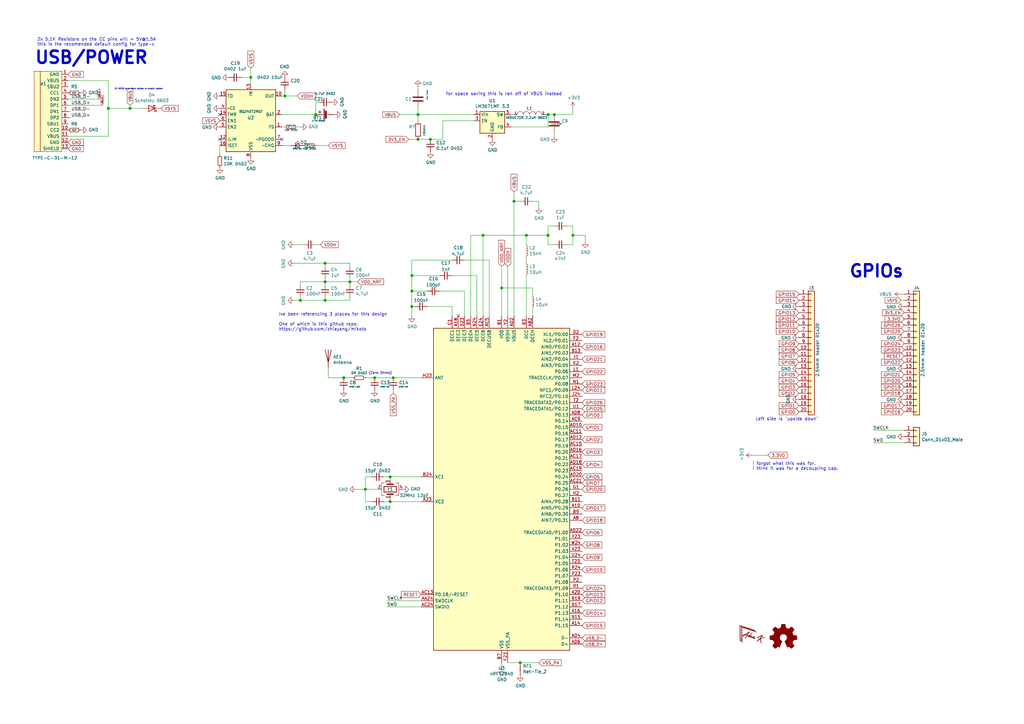
<source format=kicad_sch>
(kicad_sch (version 20210621) (generator eeschema)
  (paper "A3")
  (title_block (date "2021-08-08"))
  (junction (at 44.45 44.45) (diameter 1.016))
  (junction (at 53.34 44.45) (diameter 1.016))
  (junction (at 102.87 31.75) (diameter 1.016))
  (junction (at 116.84 39.37) (diameter 1.016))
  (junction (at 123.19 123.19) (diameter 1.016))
  (junction (at 129.54 46.99) (diameter 1.016))
  (junction (at 133.35 107.95) (diameter 1.016))
  (junction (at 133.35 115.57) (diameter 1.016))
  (junction (at 133.35 123.19) (diameter 1.016))
  (junction (at 140.97 154.94) (diameter 1.016))
  (junction (at 143.51 115.57) (diameter 1.016))
  (junction (at 149.86 200.66) (diameter 1.016))
  (junction (at 153.67 154.94) (diameter 1.016))
  (junction (at 160.02 195.58) (diameter 1.016))
  (junction (at 160.02 205.74) (diameter 1.016))
  (junction (at 161.29 154.94) (diameter 1.016))
  (junction (at 168.91 113.03) (diameter 1.016))
  (junction (at 168.91 119.38) (diameter 1.016))
  (junction (at 168.91 125.73) (diameter 1.016))
  (junction (at 171.45 46.99) (diameter 1.016))
  (junction (at 171.45 57.15) (diameter 1.016))
  (junction (at 176.53 57.15) (diameter 1.016))
  (junction (at 198.12 96.52) (diameter 1.016))
  (junction (at 205.74 118.11) (diameter 1.016))
  (junction (at 210.82 82.55) (diameter 1.016))
  (junction (at 213.36 271.78) (diameter 1.016))
  (junction (at 215.9 96.52) (diameter 1.016))
  (junction (at 224.79 46.99) (diameter 1.016))
  (junction (at 224.79 96.52) (diameter 1.016))
  (junction (at 227.33 46.99) (diameter 1.016))
  (junction (at 234.95 96.52) (diameter 1.016))
  (no_connect (at 90.17 46.99))
  (no_connect (at 90.17 57.15))
  (no_connect (at 115.57 57.15))
  (no_connect (at 187.96 129.54))
  (wire (pts (xy 27.94 33.02) (xy 44.45 33.02)))
  (wire (pts (xy 27.94 40.64) (xy 40.64 40.64)))
  (wire (pts (xy 27.94 43.18) (xy 41.91 43.18)))
  (wire (pts (xy 27.94 45.72) (xy 29.21 45.72)))
  (wire (pts (xy 27.94 48.26) (xy 29.21 48.26)))
  (wire (pts (xy 44.45 33.02) (xy 44.45 44.45)))
  (wire (pts (xy 44.45 44.45) (xy 44.45 55.88)))
  (wire (pts (xy 44.45 44.45) (xy 53.34 44.45)))
  (wire (pts (xy 44.45 55.88) (xy 27.94 55.88)))
  (wire (pts (xy 53.34 44.45) (xy 53.34 43.18)))
  (wire (pts (xy 53.34 44.45) (xy 58.42 44.45)))
  (wire (pts (xy 90.17 63.5) (xy 90.17 59.69)))
  (wire (pts (xy 99.06 31.75) (xy 102.87 31.75)))
  (wire (pts (xy 102.87 31.75) (xy 102.87 27.94)))
  (wire (pts (xy 102.87 34.29) (xy 102.87 31.75)))
  (wire (pts (xy 115.57 52.07) (xy 116.84 52.07)))
  (wire (pts (xy 115.57 59.69) (xy 119.38 59.69)))
  (wire (pts (xy 116.84 36.83) (xy 116.84 39.37)))
  (wire (pts (xy 116.84 39.37) (xy 115.57 39.37)))
  (wire (pts (xy 120.65 100.33) (xy 124.46 100.33)))
  (wire (pts (xy 121.92 39.37) (xy 116.84 39.37)))
  (wire (pts (xy 121.92 52.07) (xy 123.19 52.07)))
  (wire (pts (xy 123.19 115.57) (xy 123.19 116.84)))
  (wire (pts (xy 123.19 121.92) (xy 123.19 123.19)))
  (wire (pts (xy 123.19 123.19) (xy 120.65 123.19)))
  (wire (pts (xy 123.19 123.19) (xy 133.35 123.19)))
  (wire (pts (xy 129.54 41.91) (xy 129.54 46.99)))
  (wire (pts (xy 129.54 46.99) (xy 115.57 46.99)))
  (wire (pts (xy 129.54 100.33) (xy 131.445 100.33)))
  (wire (pts (xy 130.81 41.91) (xy 129.54 41.91)))
  (wire (pts (xy 133.35 107.95) (xy 120.65 107.95)))
  (wire (pts (xy 133.35 107.95) (xy 133.35 109.22)))
  (wire (pts (xy 133.35 114.3) (xy 133.35 115.57)))
  (wire (pts (xy 133.35 115.57) (xy 123.19 115.57)))
  (wire (pts (xy 133.35 115.57) (xy 143.51 115.57)))
  (wire (pts (xy 133.35 116.84) (xy 133.35 115.57)))
  (wire (pts (xy 133.35 121.92) (xy 133.35 123.19)))
  (wire (pts (xy 133.35 123.19) (xy 143.51 123.19)))
  (wire (pts (xy 134.62 59.69) (xy 129.54 59.69)))
  (wire (pts (xy 134.62 154.94) (xy 134.62 151.13)))
  (wire (pts (xy 140.97 154.94) (xy 134.62 154.94)))
  (wire (pts (xy 140.97 154.94) (xy 144.78 154.94)))
  (wire (pts (xy 143.51 107.95) (xy 133.35 107.95)))
  (wire (pts (xy 143.51 109.22) (xy 143.51 107.95)))
  (wire (pts (xy 143.51 114.3) (xy 143.51 115.57)))
  (wire (pts (xy 143.51 115.57) (xy 143.51 116.84)))
  (wire (pts (xy 143.51 115.57) (xy 146.685 115.57)))
  (wire (pts (xy 143.51 121.92) (xy 143.51 123.19)))
  (wire (pts (xy 146.05 200.66) (xy 149.86 200.66)))
  (wire (pts (xy 149.86 154.94) (xy 153.67 154.94)))
  (wire (pts (xy 149.86 200.66) (xy 149.86 195.58)))
  (wire (pts (xy 149.86 200.66) (xy 154.94 200.66)))
  (wire (pts (xy 149.86 205.74) (xy 149.86 200.66)))
  (wire (pts (xy 149.86 205.74) (xy 152.4 205.74)))
  (wire (pts (xy 152.4 195.58) (xy 149.86 195.58)))
  (wire (pts (xy 153.67 154.94) (xy 161.29 154.94)))
  (wire (pts (xy 157.48 195.58) (xy 160.02 195.58)))
  (wire (pts (xy 157.48 205.74) (xy 160.02 205.74)))
  (wire (pts (xy 160.02 195.58) (xy 172.72 195.58)))
  (wire (pts (xy 160.02 196.85) (xy 160.02 195.58)))
  (wire (pts (xy 160.02 205.74) (xy 160.02 204.47)))
  (wire (pts (xy 160.02 205.74) (xy 172.72 205.74)))
  (wire (pts (xy 161.29 154.94) (xy 172.72 154.94)))
  (wire (pts (xy 161.29 161.29) (xy 161.29 160.02)))
  (wire (pts (xy 163.83 46.99) (xy 171.45 46.99)))
  (wire (pts (xy 168.91 106.68) (xy 168.91 113.03)))
  (wire (pts (xy 168.91 106.68) (xy 185.42 106.68)))
  (wire (pts (xy 168.91 113.03) (xy 168.91 119.38)))
  (wire (pts (xy 168.91 113.03) (xy 180.34 113.03)))
  (wire (pts (xy 168.91 119.38) (xy 168.91 125.73)))
  (wire (pts (xy 168.91 119.38) (xy 175.26 119.38)))
  (wire (pts (xy 168.91 125.73) (xy 168.91 129.54)))
  (wire (pts (xy 168.91 125.73) (xy 170.18 125.73)))
  (wire (pts (xy 171.45 36.83) (xy 171.45 35.56)))
  (wire (pts (xy 171.45 44.45) (xy 171.45 46.99)))
  (wire (pts (xy 171.45 46.99) (xy 194.31 46.99)))
  (wire (pts (xy 171.45 49.53) (xy 171.45 46.99)))
  (wire (pts (xy 171.45 57.15) (xy 167.64 57.15)))
  (wire (pts (xy 171.45 57.15) (xy 176.53 57.15)))
  (wire (pts (xy 172.72 246.38) (xy 158.75 246.38)))
  (wire (pts (xy 172.72 248.92) (xy 158.75 248.92)))
  (wire (pts (xy 175.26 125.73) (xy 185.42 125.73)))
  (wire (pts (xy 176.53 57.15) (xy 181.61 57.15)))
  (wire (pts (xy 180.34 119.38) (xy 190.5 119.38)))
  (wire (pts (xy 181.61 49.53) (xy 181.61 57.15)))
  (wire (pts (xy 181.61 49.53) (xy 194.31 49.53)))
  (wire (pts (xy 185.42 113.03) (xy 195.58 113.03)))
  (wire (pts (xy 185.42 129.54) (xy 185.42 125.73)))
  (wire (pts (xy 190.5 106.68) (xy 200.66 106.68)))
  (wire (pts (xy 190.5 119.38) (xy 190.5 129.54)))
  (wire (pts (xy 193.04 96.52) (xy 198.12 96.52)))
  (wire (pts (xy 193.04 129.54) (xy 193.04 96.52)))
  (wire (pts (xy 195.58 113.03) (xy 195.58 129.54)))
  (wire (pts (xy 198.12 96.52) (xy 215.9 96.52)))
  (wire (pts (xy 198.12 129.54) (xy 198.12 96.52)))
  (wire (pts (xy 200.66 106.68) (xy 200.66 129.54)))
  (wire (pts (xy 205.74 109.22) (xy 205.74 118.11)))
  (wire (pts (xy 205.74 118.11) (xy 205.74 129.54)))
  (wire (pts (xy 205.74 271.78) (xy 205.74 274.32)))
  (wire (pts (xy 208.28 109.22) (xy 208.28 129.54)))
  (wire (pts (xy 208.28 271.78) (xy 213.36 271.78)))
  (wire (pts (xy 209.55 46.99) (xy 210.82 46.99)))
  (wire (pts (xy 209.55 52.07) (xy 224.79 52.07)))
  (wire (pts (xy 210.82 82.55) (xy 210.82 78.74)))
  (wire (pts (xy 210.82 129.54) (xy 210.82 82.55)))
  (wire (pts (xy 213.36 82.55) (xy 210.82 82.55)))
  (wire (pts (xy 213.36 271.78) (xy 220.98 271.78)))
  (wire (pts (xy 215.9 96.52) (xy 224.79 96.52)))
  (wire (pts (xy 215.9 100.33) (xy 215.9 96.52)))
  (wire (pts (xy 215.9 107.95) (xy 215.9 105.41)))
  (wire (pts (xy 215.9 113.03) (xy 215.9 129.54)))
  (wire (pts (xy 218.44 82.55) (xy 220.98 82.55)))
  (wire (pts (xy 218.44 118.11) (xy 205.74 118.11)))
  (wire (pts (xy 218.44 121.285) (xy 218.44 118.11)))
  (wire (pts (xy 218.44 126.365) (xy 218.44 129.54)))
  (wire (pts (xy 220.98 82.55) (xy 220.98 85.09)))
  (wire (pts (xy 223.52 46.99) (xy 224.79 46.99)))
  (wire (pts (xy 224.79 46.99) (xy 227.33 46.99)))
  (wire (pts (xy 224.79 52.07) (xy 224.79 46.99)))
  (wire (pts (xy 224.79 92.71) (xy 224.79 96.52)))
  (wire (pts (xy 224.79 92.71) (xy 227.33 92.71)))
  (wire (pts (xy 224.79 96.52) (xy 224.79 100.33)))
  (wire (pts (xy 227.33 54.61) (xy 227.33 55.88)))
  (wire (pts (xy 227.33 100.33) (xy 224.79 100.33)))
  (wire (pts (xy 232.41 92.71) (xy 234.95 92.71)))
  (wire (pts (xy 232.41 100.33) (xy 234.95 100.33)))
  (wire (pts (xy 234.95 44.45) (xy 234.95 46.99)))
  (wire (pts (xy 234.95 46.99) (xy 227.33 46.99)))
  (wire (pts (xy 234.95 92.71) (xy 234.95 96.52)))
  (wire (pts (xy 234.95 96.52) (xy 240.03 96.52)))
  (wire (pts (xy 234.95 100.33) (xy 234.95 96.52)))
  (wire (pts (xy 240.03 96.52) (xy 240.03 99.06)))
  (wire (pts (xy 314.96 186.69) (xy 308.61 186.69)))
  (wire (pts (xy 358.14 181.61) (xy 370.84 181.61)))
  (wire (pts (xy 369.57 120.65) (xy 370.84 120.65)))
  (wire (pts (xy 370.84 123.19) (xy 369.57 123.19)))
  (wire (pts (xy 370.84 176.53) (xy 358.14 176.53)))
  (text "USB/POWER" (at 13.97 26.67 0) (effects (font (size 5.0038 5.0038) (thickness 1.0008) bold) (justify left bottom)))
  (text "2x 5.1K Resistors on the CC pins will = 5V@1.5A\nthis is the recomended default config for type-c" (at 15.24 19.05 0) (effects (font (size 1.27 1.27)) (justify left bottom)))
  (text "D1 NEEDS to be 0omh resistor or schotky resistor" (at 46.99 36.83 0) (effects (font (size 0.508 0.508)) (justify left bottom)))
  (text "Ive been referencing 3 places for this design\n\nOne of which is this github repo.\nhttps://github.com/zhiayang/mikoto" (at 114.3 135.89 0) (effects (font (size 1.27 1.27)) (justify left bottom)))
  (text "(Zero Ohms)" (at 151.13 153.67 0) (effects (font (size 0.9906 0.9906)) (justify left bottom)))
  (text "for space saving this is ran off of VBUS instead" (at 182.88 39.37 0) (effects (font (size 1.27 1.27)) (justify left bottom)))
  (text "i forgot what this was for.\ni think it was for a decoupling cap." (at 308.61 193.04 0) (effects (font (size 1.27 1.27)) (justify left bottom)))
  (text "Left side is \"upside down\"" (at 309.88 172.72 0) (effects (font (size 1.27 1.27)) (justify left bottom)))
  (text "GPIOs" (at 347.98 114.3 0) (effects (font (size 5.0038 5.0038) (thickness 1.0008) bold) (justify left bottom)))
  (label "USB_D-" (at 29.21 40.64 0))
  (label "USB_D+" (at 29.21 43.18 0))
  (label "USB_D-" (at 29.21 45.72 0))
  (label "USB_D+" (at 29.21 48.26 0))
  (label "SWCLK" (at 158.75 246.38 0))
  (label "SWD" (at 158.75 248.92 0))
  (label "SWCLK" (at 358.14 176.53 0))
  (label "SWD" (at 358.14 181.61 0))
  (global_label "GND" (shape input) (at 27.94 30.48 0) (property "Intersheet References" "${INTERSHEET_REFS}" (effects hide)))
  (global_label "GND" (shape input) (at 27.94 58.42 0) (property "Intersheet References" "${INTERSHEET_REFS}" (effects hide)))
  (global_label "GND" (shape input) (at 27.94 60.96 0) (property "Intersheet References" "${INTERSHEET_REFS}" (effects hide)))
  (global_label "USB_D-" (shape input) (at 40.64 40.64 90) (effects (font (size 0.508 0.508))) (property "Intersheet References" "${INTERSHEET_REFS}" (effects hide)))
  (global_label "USB_D+" (shape input) (at 41.91 43.18 90) (effects (font (size 0.508 0.508))) (property "Intersheet References" "${INTERSHEET_REFS}" (effects hide)))
  (global_label "VBUS" (shape input) (at 53.34 43.18 90) (effects (font (size 1.1938 1.1938))) (property "Intersheet References" "${INTERSHEET_REFS}" (effects hide)))
  (global_label "VSYS" (shape input) (at 66.04 44.45 0) (property "Intersheet References" "${INTERSHEET_REFS}" (effects hide)))
  (global_label "VSYS" (shape input) (at 90.17 49.53 180) (property "Intersheet References" "${INTERSHEET_REFS}" (effects hide)))
  (global_label "VSYS" (shape input) (at 102.87 27.94 90) (property "Intersheet References" "${INTERSHEET_REFS}" (effects hide)))
  (global_label "VDDH" (shape input) (at 121.92 39.37 0) (property "Intersheet References" "${INTERSHEET_REFS}" (effects hide)))
  (global_label "VDDH" (shape input) (at 131.445 100.33 0) (property "Intersheet References" "${INTERSHEET_REFS}" (effects hide)))
  (global_label "VSYS" (shape input) (at 134.62 59.69 0) (property "Intersheet References" "${INTERSHEET_REFS}" (effects hide)))
  (global_label "VDD_NRF" (shape input) (at 146.685 115.57 0) (property "Intersheet References" "${INTERSHEET_REFS}" (effects hide)))
  (global_label "VSS_PA" (shape input) (at 161.29 161.29 270) (property "Intersheet References" "${INTERSHEET_REFS}" (effects hide)))
  (global_label "VBUS" (shape input) (at 163.83 46.99 180) (effects (font (size 1.1938 1.1938))) (property "Intersheet References" "${INTERSHEET_REFS}" (effects hide)))
  (global_label "3V3_EN" (shape input) (at 167.64 57.15 180) (property "Intersheet References" "${INTERSHEET_REFS}" (effects hide)))
  (global_label "RESET" (shape input) (at 172.72 243.84 180) (property "Intersheet References" "${INTERSHEET_REFS}" (effects hide)))
  (global_label "VDD_NRF" (shape input) (at 205.74 109.22 90) (property "Intersheet References" "${INTERSHEET_REFS}" (effects hide)))
  (global_label "VDDH" (shape input) (at 208.28 109.22 90) (property "Intersheet References" "${INTERSHEET_REFS}" (effects hide)))
  (global_label "VBUS" (shape input) (at 210.82 78.74 90) (property "Intersheet References" "${INTERSHEET_REFS}" (effects hide)))
  (global_label "VSS_PA" (shape input) (at 220.98 271.78 0) (property "Intersheet References" "${INTERSHEET_REFS}" (effects hide)))
  (global_label "GPIO19" (shape input) (at 238.76 137.16 0) (property "Intersheet References" "${INTERSHEET_REFS}" (effects hide)))
  (global_label "GPIO16" (shape input) (at 238.76 142.24 0) (property "Intersheet References" "${INTERSHEET_REFS}" (effects hide)))
  (global_label "GPIO21" (shape input) (at 238.76 147.32 0) (property "Intersheet References" "${INTERSHEET_REFS}" (effects hide)))
  (global_label "GPIO22" (shape input) (at 238.76 152.4 0) (property "Intersheet References" "${INTERSHEET_REFS}" (effects hide)))
  (global_label "GPIO23" (shape input) (at 238.76 157.48 0) (property "Intersheet References" "${INTERSHEET_REFS}" (effects hide)))
  (global_label "GPIO11" (shape input) (at 238.76 160.02 0) (property "Intersheet References" "${INTERSHEET_REFS}" (effects hide)))
  (global_label "GPIO26" (shape input) (at 238.76 165.1 0) (property "Intersheet References" "${INTERSHEET_REFS}" (effects hide)))
  (global_label "GPIO25" (shape input) (at 238.76 167.64 0) (property "Intersheet References" "${INTERSHEET_REFS}" (effects hide)))
  (global_label "GPIO0" (shape input) (at 238.76 170.18 0) (property "Intersheet References" "${INTERSHEET_REFS}" (effects hide)))
  (global_label "GPIO1" (shape input) (at 238.76 175.26 0) (property "Intersheet References" "${INTERSHEET_REFS}" (effects hide)))
  (global_label "GPIO2" (shape input) (at 238.76 180.34 0) (property "Intersheet References" "${INTERSHEET_REFS}" (effects hide)))
  (global_label "GPIO3" (shape input) (at 238.76 185.42 0) (property "Intersheet References" "${INTERSHEET_REFS}" (effects hide)))
  (global_label "GPIO4" (shape input) (at 238.76 190.5 0) (property "Intersheet References" "${INTERSHEET_REFS}" (effects hide)))
  (global_label "GPIO5" (shape input) (at 238.76 195.58 0) (property "Intersheet References" "${INTERSHEET_REFS}" (effects hide)))
  (global_label "GPIO7" (shape input) (at 238.76 198.12 0) (property "Intersheet References" "${INTERSHEET_REFS}" (effects hide)))
  (global_label "GPIO20" (shape input) (at 238.76 200.66 0) (property "Intersheet References" "${INTERSHEET_REFS}" (effects hide)))
  (global_label "GPIO17" (shape input) (at 238.76 208.28 0) (property "Intersheet References" "${INTERSHEET_REFS}" (effects hide)))
  (global_label "GPIO18" (shape input) (at 238.76 213.36 0) (property "Intersheet References" "${INTERSHEET_REFS}" (effects hide)))
  (global_label "GPIO6" (shape input) (at 238.76 218.44 0) (property "Intersheet References" "${INTERSHEET_REFS}" (effects hide)))
  (global_label "GPIO8" (shape input) (at 238.76 223.52 0) (property "Intersheet References" "${INTERSHEET_REFS}" (effects hide)))
  (global_label "GPIO9" (shape input) (at 238.76 228.6 0) (property "Intersheet References" "${INTERSHEET_REFS}" (effects hide)))
  (global_label "GPIO10" (shape input) (at 238.76 233.68 0) (property "Intersheet References" "${INTERSHEET_REFS}" (effects hide)))
  (global_label "GPIO24" (shape input) (at 238.76 241.3 0) (property "Intersheet References" "${INTERSHEET_REFS}" (effects hide)))
  (global_label "GPIO13" (shape input) (at 238.76 243.84 0) (property "Intersheet References" "${INTERSHEET_REFS}" (effects hide)))
  (global_label "GPIO12" (shape input) (at 238.76 246.38 0) (property "Intersheet References" "${INTERSHEET_REFS}" (effects hide)))
  (global_label "GPIO14" (shape input) (at 238.76 251.46 0) (property "Intersheet References" "${INTERSHEET_REFS}" (effects hide)))
  (global_label "GPIO15" (shape input) (at 238.76 256.54 0) (property "Intersheet References" "${INTERSHEET_REFS}" (effects hide)))
  (global_label "USB_D-" (shape input) (at 238.76 261.62 0) (effects (font (size 1.1938 1.1938))) (property "Intersheet References" "${INTERSHEET_REFS}" (effects hide)))
  (global_label "USB_D+" (shape input) (at 238.76 264.16 0) (effects (font (size 1.1938 1.1938))) (property "Intersheet References" "${INTERSHEET_REFS}" (effects hide)))
  (global_label "3.3VO" (shape input) (at 314.96 186.69 0) (property "Intersheet References" "${INTERSHEET_REFS}" (effects hide)))
  (global_label "GPIO15" (shape input) (at 327.66 120.65 180) (property "Intersheet References" "${INTERSHEET_REFS}" (effects hide)))
  (global_label "GPIO14" (shape input) (at 327.66 123.19 180) (property "Intersheet References" "${INTERSHEET_REFS}" (effects hide)))
  (global_label "GPIO13" (shape input) (at 327.66 128.27 180) (property "Intersheet References" "${INTERSHEET_REFS}" (effects hide)))
  (global_label "GPIO12" (shape input) (at 327.66 130.81 180) (property "Intersheet References" "${INTERSHEET_REFS}" (effects hide)))
  (global_label "GPIO11" (shape input) (at 327.66 133.35 180) (property "Intersheet References" "${INTERSHEET_REFS}" (effects hide)))
  (global_label "GPIO10" (shape input) (at 327.66 135.89 180) (property "Intersheet References" "${INTERSHEET_REFS}" (effects hide)))
  (global_label "GPIO9" (shape input) (at 327.66 140.97 180) (property "Intersheet References" "${INTERSHEET_REFS}" (effects hide)))
  (global_label "GPIO8" (shape input) (at 327.66 143.51 180) (property "Intersheet References" "${INTERSHEET_REFS}" (effects hide)))
  (global_label "GPIO7" (shape input) (at 327.66 146.05 180) (property "Intersheet References" "${INTERSHEET_REFS}" (effects hide)))
  (global_label "GPIO6" (shape input) (at 327.66 148.59 180) (property "Intersheet References" "${INTERSHEET_REFS}" (effects hide)))
  (global_label "GPIO5" (shape input) (at 327.66 153.67 180) (property "Intersheet References" "${INTERSHEET_REFS}" (effects hide)))
  (global_label "GPIO4" (shape input) (at 327.66 156.21 180) (property "Intersheet References" "${INTERSHEET_REFS}" (effects hide)))
  (global_label "GPIO3" (shape input) (at 327.66 158.75 180) (property "Intersheet References" "${INTERSHEET_REFS}" (effects hide)))
  (global_label "GPIO2" (shape input) (at 327.66 161.29 180) (property "Intersheet References" "${INTERSHEET_REFS}" (effects hide)))
  (global_label "GPIO1" (shape input) (at 327.66 166.37 180) (property "Intersheet References" "${INTERSHEET_REFS}" (effects hide)))
  (global_label "GPIO0" (shape input) (at 327.66 168.91 180) (property "Intersheet References" "${INTERSHEET_REFS}" (effects hide)))
  (global_label "VSYS" (shape input) (at 369.57 123.19 180) (effects (font (size 1.1938 1.1938))) (property "Intersheet References" "${INTERSHEET_REFS}" (effects hide)))
  (global_label "3V3_EN" (shape input) (at 370.84 128.27 180) (effects (font (size 1.1938 1.1938))) (property "Intersheet References" "${INTERSHEET_REFS}" (effects hide)))
  (global_label "3.3VO" (shape input) (at 370.84 130.81 180) (property "Intersheet References" "${INTERSHEET_REFS}" (effects hide)))
  (global_label "GPIO26" (shape input) (at 370.84 133.35 180) (property "Intersheet References" "${INTERSHEET_REFS}" (effects hide)))
  (global_label "GPIO25" (shape input) (at 370.84 135.89 180) (property "Intersheet References" "${INTERSHEET_REFS}" (effects hide)))
  (global_label "GPIO24" (shape input) (at 370.84 140.97 180) (property "Intersheet References" "${INTERSHEET_REFS}" (effects hide)))
  (global_label "GPIO23" (shape input) (at 370.84 143.51 180) (property "Intersheet References" "${INTERSHEET_REFS}" (effects hide)))
  (global_label "RESET" (shape input) (at 370.84 146.05 180) (property "Intersheet References" "${INTERSHEET_REFS}" (effects hide)))
  (global_label "GPIO22" (shape input) (at 370.84 148.59 180) (property "Intersheet References" "${INTERSHEET_REFS}" (effects hide)))
  (global_label "GPIO21" (shape input) (at 370.84 153.67 180) (property "Intersheet References" "${INTERSHEET_REFS}" (effects hide)))
  (global_label "GPIO20" (shape input) (at 370.84 156.21 180) (property "Intersheet References" "${INTERSHEET_REFS}" (effects hide)))
  (global_label "GPIO19" (shape input) (at 370.84 158.75 180) (property "Intersheet References" "${INTERSHEET_REFS}" (effects hide)))
  (global_label "GPIO18" (shape input) (at 370.84 161.29 180) (property "Intersheet References" "${INTERSHEET_REFS}" (effects hide)))
  (global_label "GPIO17" (shape input) (at 370.84 166.37 180) (property "Intersheet References" "${INTERSHEET_REFS}" (effects hide)))
  (global_label "GPIO16" (shape input) (at 370.84 168.91 180) (property "Intersheet References" "${INTERSHEET_REFS}" (effects hide)))
  (symbol (lib_id "power:+3V3") (at 234.95 44.45 0) (unit 1)
    (property "Reference" "#PWR09" (effects hide))
    (property "Value" "+3V3" (at 235.331 40.0558 0))
  )
  (symbol (lib_id "power:+3V3") (at 308.61 186.69 90) (unit 1)
    (property "Reference" "#PWR0127" (effects hide))
    (property "Value" "+3V3" (at 304.2158 186.309 0))
  )
  (symbol (lib_id "power:VBUS") (at 369.57 120.65 90) (unit 1)
    (property "Reference" "#PWR03" (effects hide))
    (property "Value" "VBUS" (at 363.22 120.65 90))
  )
  (symbol (lib_id "Device:Net-Tie_2") (at 213.36 274.32 270) (unit 1)
    (property "Reference" "NT1" (at 214.4776 273.1516 90) (effects (justify left)))
    (property "Value" "Net-Tie_2" (at 214.4776 275.463 90) (effects (justify left)))
    (property "Footprint" "NetTie:NetTie-2_SMD_Pad0.5mm" (effects hide))
  )
  (symbol (lib_id "Device:L_Small") (at 215.9 102.87 0) (unit 1)
    (property "Reference" "L2" (at 217.1192 101.7016 0) (effects (justify left)))
    (property "Value" "15nH" (at 217.1192 104.013 0) (effects (justify left)))
    (property "Footprint" "Capacitor_SMD:C_0402_1005Metric" (effects hide))
    (property "LCSC Part" "C76763" (effects hide))
    (property "Manufacturer Part" "MLG1005S15NJT000" (effects hide))
  )
  (symbol (lib_id "Device:L_Small") (at 215.9 110.49 0) (unit 1)
    (property "Reference" "L3" (at 217.1192 109.3216 0) (effects (justify left)))
    (property "Value" "10uH" (at 217.1192 111.633 0) (effects (justify left)))
    (property "Footprint" "Inductor_SMD:L_0603_1608Metric" (effects hide))
    (property "LCSC Part" "C76732" (effects hide))
    (property "Manufacturer Part" "MLF1608E100KTD00" (effects hide))
  )
  (symbol (lib_id "Device:L_Small") (at 218.44 123.825 0) (unit 1)
    (property "Reference" "L4" (at 219.6592 122.6566 0) (effects (justify left)))
    (property "Value" "10uH" (at 219.6592 124.968 0) (effects (justify left)))
    (property "Footprint" "Inductor_SMD:L_0603_1608Metric" (effects hide))
    (property "LCSC Part" "C76732" (effects hide))
    (property "Manufacturer Part" "MLF1608E100KTD00" (effects hide))
  )
  (symbol (lib_id "power:GND") (at 33.02 38.1 90) (unit 1)
    (property "Reference" "#PWR0108" (effects hide))
    (property "Value" "GND" (at 36.2712 37.973 90) (effects (justify right)))
  )
  (symbol (lib_id "power:GND") (at 33.02 53.34 90) (unit 1)
    (property "Reference" "#PWR0109" (effects hide))
    (property "Value" "GND" (at 36.2712 53.213 90) (effects (justify right)))
  )
  (symbol (lib_id "power:GND") (at 90.17 39.37 270) (unit 1)
    (property "Reference" "#PWR0101" (effects hide))
    (property "Value" "GND" (at 85.7758 39.497 0))
  )
  (symbol (lib_id "power:GND") (at 90.17 44.45 270) (unit 1)
    (property "Reference" "#PWR0119" (effects hide))
    (property "Value" "GND" (at 85.7758 44.577 0))
  )
  (symbol (lib_id "power:GND") (at 90.17 52.07 270) (unit 1)
    (property "Reference" "#PWR0120" (effects hide))
    (property "Value" "GND" (at 86.9188 52.197 90) (effects (justify right)))
  )
  (symbol (lib_id "power:GND") (at 90.17 68.58 0) (unit 1)
    (property "Reference" "#PWR0122" (effects hide))
    (property "Value" "GND" (at 90.297 72.9742 0))
  )
  (symbol (lib_id "power:GND") (at 93.98 31.75 270) (unit 1)
    (property "Reference" "#PWR0115" (effects hide))
    (property "Value" "GND" (at 90.7288 31.877 90) (effects (justify right)))
  )
  (symbol (lib_id "power:GND") (at 102.87 64.77 0) (unit 1)
    (property "Reference" "#PWR0116" (effects hide))
    (property "Value" "GND" (at 102.997 69.1642 0))
  )
  (symbol (lib_id "power:GND") (at 116.84 31.75 180) (unit 1)
    (property "Reference" "#PWR0121" (effects hide))
    (property "Value" "GND" (at 116.713 27.3558 0))
  )
  (symbol (lib_id "power:GND") (at 120.65 100.33 270) (unit 1)
    (property "Reference" "#PWR0124" (effects hide))
    (property "Value" "GND" (at 116.2558 100.457 0))
  )
  (symbol (lib_id "power:GND") (at 120.65 107.95 270) (unit 1)
    (property "Reference" "#PWR0113" (effects hide))
    (property "Value" "GND" (at 116.2558 108.077 0))
  )
  (symbol (lib_id "power:GND") (at 120.65 123.19 270) (unit 1)
    (property "Reference" "#PWR0106" (effects hide))
    (property "Value" "GND" (at 116.2558 123.317 0))
  )
  (symbol (lib_id "power:GND") (at 123.19 52.07 90) (unit 1)
    (property "Reference" "#PWR0117" (effects hide))
    (property "Value" "GND" (at 126.4412 51.943 90) (effects (justify right)))
  )
  (symbol (lib_id "power:GND") (at 135.89 41.91 90) (unit 1)
    (property "Reference" "#PWR0118" (effects hide))
    (property "Value" "GND" (at 140.2842 41.783 0))
  )
  (symbol (lib_id "power:GND") (at 137.16 46.99 90) (unit 1)
    (property "Reference" "#PWR022" (effects hide))
    (property "Value" "GND" (at 141.5542 46.863 0))
  )
  (symbol (lib_id "power:GND") (at 140.97 160.02 0) (unit 1)
    (property "Reference" "#PWR0114" (effects hide))
    (property "Value" "GND" (at 141.097 164.4142 0))
  )
  (symbol (lib_id "power:GND") (at 146.05 200.66 270) (unit 1)
    (property "Reference" "#PWR0112" (effects hide))
    (property "Value" "GND" (at 142.7988 200.787 90) (effects (justify right)))
  )
  (symbol (lib_id "power:GND") (at 153.67 160.02 0) (unit 1)
    (property "Reference" "#PWR0123" (effects hide))
    (property "Value" "GND" (at 153.797 164.4142 0))
  )
  (symbol (lib_id "power:GND") (at 165.1 200.66 90) (unit 1)
    (property "Reference" "#PWR0107" (effects hide))
    (property "Value" "GND" (at 168.3512 200.533 90) (effects (justify right)))
  )
  (symbol (lib_id "power:GND") (at 168.91 129.54 0) (unit 1)
    (property "Reference" "#PWR0126" (effects hide))
    (property "Value" "GND" (at 169.037 133.9342 0))
  )
  (symbol (lib_id "power:GND") (at 171.45 35.56 180) (unit 1)
    (property "Reference" "#PWR04" (effects hide))
    (property "Value" "GND" (at 175.26 34.29 0))
  )
  (symbol (lib_id "power:GND") (at 176.53 62.23 0) (unit 1)
    (property "Reference" "#PWR0111" (effects hide))
    (property "Value" "GND" (at 176.657 66.6242 0))
  )
  (symbol (lib_id "power:GND") (at 201.93 57.15 0) (unit 1)
    (property "Reference" "#PWR0110" (effects hide))
    (property "Value" "GND" (at 202.057 61.5442 0))
  )
  (symbol (lib_id "power:GND") (at 205.74 274.32 0) (unit 1)
    (property "Reference" "#PWR016" (effects hide))
    (property "Value" "GND" (at 205.867 278.7142 0))
  )
  (symbol (lib_id "power:GND") (at 213.36 276.86 0) (unit 1)
    (property "Reference" "#PWR015" (effects hide))
    (property "Value" "GND" (at 213.487 281.2542 0))
  )
  (symbol (lib_id "power:GND") (at 220.98 85.09 0) (unit 1)
    (property "Reference" "#PWR0105" (effects hide))
    (property "Value" "GND" (at 221.107 89.4842 0))
  )
  (symbol (lib_id "power:GND") (at 227.33 55.88 0) (unit 1)
    (property "Reference" "#PWR01" (effects hide))
    (property "Value" "GND" (at 223.52 57.15 0))
  )
  (symbol (lib_id "power:GND") (at 240.03 99.06 0) (unit 1)
    (property "Reference" "#PWR0125" (effects hide))
    (property "Value" "GND" (at 240.157 103.4542 0))
  )
  (symbol (lib_id "power:GND") (at 327.66 125.73 270) (unit 1)
    (property "Reference" "#PWR0102" (effects hide))
    (property "Value" "GND" (at 322.58 125.73 90))
  )
  (symbol (lib_id "power:GND") (at 327.66 138.43 270) (unit 1)
    (property "Reference" "#PWR0103" (effects hide))
    (property "Value" "GND" (at 324.4088 138.557 90) (effects (justify right)))
  )
  (symbol (lib_id "power:GND") (at 327.66 151.13 270) (unit 1)
    (property "Reference" "#PWR0104" (effects hide))
    (property "Value" "GND" (at 324.4088 151.257 90) (effects (justify right)))
  )
  (symbol (lib_id "power:GND") (at 327.66 163.83 270) (mirror x) (unit 1)
    (property "Reference" "#PWR020" (effects hide))
    (property "Value" "GND" (at 323.2658 163.703 0))
  )
  (symbol (lib_id "power:GND") (at 370.84 125.73 270) (unit 1)
    (property "Reference" "#PWR027" (effects hide))
    (property "Value" "GND" (at 367.5888 125.857 90) (effects (justify right)))
  )
  (symbol (lib_id "power:GND") (at 370.84 138.43 270) (unit 1)
    (property "Reference" "#PWR030" (effects hide))
    (property "Value" "GND" (at 367.5888 138.557 90) (effects (justify right)))
  )
  (symbol (lib_id "power:GND") (at 370.84 151.13 270) (unit 1)
    (property "Reference" "#PWR031" (effects hide))
    (property "Value" "GND" (at 367.5888 151.257 90) (effects (justify right)))
  )
  (symbol (lib_id "power:GND") (at 370.84 163.83 270) (unit 1)
    (property "Reference" "#PWR032" (effects hide))
    (property "Value" "GND" (at 367.5888 163.957 90) (effects (justify right)))
  )
  (symbol (lib_id "power:GND") (at 370.84 179.07 270) (unit 1)
    (property "Reference" "#PWR034" (effects hide))
    (property "Value" "GND" (at 367.5888 179.197 90) (effects (justify right)))
  )
  (symbol (lib_id "Device:R_Small") (at 30.48 38.1 270) (unit 1)
    (property "Reference" "R5" (at 30.48 35.56 90))
    (property "Value" "5.1K" (at 30.48 38.1 90) (effects (font (size 0.508 0.508))))
    (property "Footprint" "Resistor_SMD:R_0402_1005Metric" (effects hide))
  )
  (symbol (lib_id "Device:R_Small") (at 30.48 53.34 270) (unit 1)
    (property "Reference" "R6" (at 30.48 50.8 90))
    (property "Value" "5.1K" (at 30.48 53.34 90) (effects (font (size 0.508 0.508))))
    (property "Footprint" "Resistor_SMD:R_0402_1005Metric" (effects hide))
  )
  (symbol (lib_id "Device:R_Small") (at 90.17 66.04 0) (unit 1)
    (property "Reference" "R11" (at 91.6686 64.8716 0) (effects (justify left)))
    (property "Value" "10K 0402" (at 91.6686 67.183 0) (effects (justify left)))
    (property "Footprint" "Resistor_SMD:R_0402_1005Metric" (effects hide))
  )
  (symbol (lib_id "Device:R_Small") (at 119.38 52.07 270) (unit 1)
    (property "Reference" "R12" (at 119.38 52.07 90) (effects (font (size 0.9906 0.9906))))
    (property "Value" "10K 0402" (at 119.38 53.34 90) (effects (font (size 0.7112 0.7112))))
    (property "Footprint" "Resistor_SMD:R_0402_1005Metric" (effects hide))
  )
  (symbol (lib_id "Device:R_Small") (at 127 59.69 270) (unit 1)
    (property "Reference" "R14" (at 127 59.69 90) (effects (font (size 0.9906 0.9906))))
    (property "Value" "10K 0402" (at 127 60.96 90) (effects (font (size 0.7112 0.7112))))
    (property "Footprint" "Resistor_SMD:R_0402_1005Metric" (effects hide))
  )
  (symbol (lib_id "Device:R_Small") (at 147.32 154.94 270) (unit 1)
    (property "Reference" "R1" (at 147.32 151.13 90))
    (property "Value" "0R 0402 " (at 147.32 152.4 90) (effects (font (size 0.9906 0.9906)) (justify top)))
    (property "Footprint" "Resistor_SMD:R_0402_1005Metric" (effects hide))
  )
  (symbol (lib_id "Device:LED_Small") (at 121.92 59.69 0) (unit 1)
    (property "Reference" "D2" (at 124.46 58.42 0))
    (property "Value" "0402 led" (at 121.92 60.96 0) (effects (font (size 0.508 0.508))))
    (property "Footprint" "LED_SMD:LED_0402_1005Metric" (effects hide))
  )
  (symbol (lib_id "Device:R") (at 171.45 53.34 0) (unit 1)
    (property "Reference" "R7" (at 167.64 52.07 0) (effects (justify left)))
    (property "Value" "100ohm" (at 173.99 55.88 90) (effects (font (size 0.762 0.762)) (justify left)))
    (property "Footprint" "Resistor_SMD:R_0402_1005Metric" (effects hide))
  )
  (symbol (lib_id "Device:C_Small") (at 96.52 31.75 270) (unit 1)
    (property "Reference" "C19" (at 96.52 25.9334 90))
    (property "Value" "0402 1uF" (at 96.52 28.2448 90))
    (property "Footprint" "Capacitor_SMD:C_0402_1005Metric" (effects hide))
  )
  (symbol (lib_id "Device:C_Small") (at 116.84 34.29 0) (unit 1)
    (property "Reference" "C20" (at 119.1768 33.1216 0) (effects (justify left)))
    (property "Value" "0402 10uF" (at 105.41 31.75 0) (effects (justify left)))
    (property "Footprint" "Resistor_SMD:R_0402_1005Metric" (effects hide))
  )
  (symbol (lib_id "Device:C_Small") (at 123.19 119.38 180) (unit 1)
    (property "Reference" "C2" (at 125.5268 118.2116 0) (effects (justify right)))
    (property "Value" "100nF" (at 125.5268 120.523 0) (effects (justify right)))
    (property "Footprint" "Capacitor_SMD:C_0402_1005Metric" (effects hide))
    (property "LCSC Part" "C1525" (effects hide))
    (property "Digikey" "1276-6720-1-ND" (effects hide))
    (property "Manufacturer Part" "CL05B104KA5NNNC" (effects hide))
  )
  (symbol (lib_id "Device:C_Small") (at 127 100.33 90) (unit 1)
    (property "Reference" "C3" (at 127 103.8098 90))
    (property "Value" "4.7uF" (at 127 106.1212 90))
    (property "Footprint" "Capacitor_SMD:C_0402_1005Metric" (effects hide))
    (property "LCSC Part" "C368809" (effects hide))
    (property "Digikey" "1276-1784-1-ND" (effects hide))
    (property "Manufacturer Part" "CL05A475KP5NRNC" (effects hide))
  )
  (symbol (lib_id "Device:C_Small") (at 133.35 41.91 270) (unit 1)
    (property "Reference" "C21" (at 130.81 40.64 90))
    (property "Value" "4.7uf 0402" (at 133.35 38.4048 90) (effects (font (size 0.9906 0.9906))))
    (property "Footprint" "Capacitor_SMD:C_0402_1005Metric" (effects hide))
  )
  (symbol (lib_id "Device:C_Small") (at 133.35 111.76 180) (unit 1)
    (property "Reference" "C4" (at 135.6868 110.5916 0) (effects (justify right)))
    (property "Value" "1uF" (at 135.6868 112.903 0) (effects (justify right)))
    (property "Footprint" "Capacitor_SMD:C_0402_1005Metric" (effects hide))
    (property "LCSC Part" "C52923" (effects hide))
    (property "Digikey" "1276-1067-1-ND" (effects hide))
    (property "Manufacturer Part" "CL05A105KO5NNNC" (effects hide))
  )
  (symbol (lib_id "Device:C_Small") (at 133.35 119.38 180) (unit 1)
    (property "Reference" "C5" (at 135.6868 118.2116 0) (effects (justify right)))
    (property "Value" "100nF" (at 135.6868 120.523 0) (effects (justify right)))
    (property "Footprint" "Capacitor_SMD:C_0402_1005Metric" (effects hide))
    (property "LCSC Part" "C1525" (effects hide))
    (property "Digikey" "1276-6720-1-ND" (effects hide))
    (property "Manufacturer Part" "CL05B104KA5NNNC" (effects hide))
  )
  (symbol (lib_id "Device:C_Small") (at 140.97 157.48 0) (unit 1)
    (property "Reference" "C8" (at 143.3068 156.9212 0) (effects (justify left)))
    (property "Value" "0402 1.5pF" (at 143.3068 158.623 0) (effects (font (size 0.508 0.508)) (justify left)))
    (property "Footprint" "Capacitor_SMD:C_0402_1005Metric" (effects hide))
  )
  (symbol (lib_id "Device:C_Small") (at 143.51 111.76 180) (unit 1)
    (property "Reference" "C6" (at 145.8468 110.5916 0) (effects (justify right)))
    (property "Value" "100nF" (at 145.8468 112.903 0) (effects (justify right)))
    (property "Footprint" "Capacitor_SMD:C_0402_1005Metric" (effects hide))
    (property "LCSC Part" "C1525" (effects hide))
    (property "Digikey" "1276-6720-1-ND" (effects hide))
    (property "Manufacturer Part" "CL05B104KA5NNNC" (effects hide))
  )
  (symbol (lib_id "Device:C_Small") (at 143.51 119.38 180) (unit 1)
    (property "Reference" "C7" (at 145.8468 118.2116 0) (effects (justify right)))
    (property "Value" "4.7uF" (at 145.8468 120.523 0) (effects (justify right)))
    (property "Footprint" "Capacitor_SMD:C_0402_1005Metric" (effects hide))
    (property "LCSC Part" "C368809" (effects hide))
    (property "Digikey" "1276-1784-1-ND" (effects hide))
    (property "Manufacturer Part" "CL05A475KP5NRNC" (effects hide))
  )
  (symbol (lib_id "Device:C_Small") (at 153.67 157.48 0) (unit 1)
    (property "Reference" "C13" (at 156.0068 156.9212 0) (effects (justify left)))
    (property "Value" "0402 1pF" (at 156.0068 158.623 0) (effects (font (size 0.508 0.508)) (justify left)))
    (property "Footprint" "Capacitor_SMD:C_0402_1005Metric" (effects hide))
  )
  (symbol (lib_id "Device:C_Small") (at 154.94 195.58 90) (unit 1)
    (property "Reference" "C10" (at 154.94 190.5 90))
    (property "Value" "15pF 0402" (at 154.94 193.04 90))
    (property "Footprint" "Capacitor_SMD:C_0402_1005Metric" (effects hide))
  )
  (symbol (lib_id "Device:C_Small") (at 154.94 205.74 90) (unit 1)
    (property "Reference" "C11" (at 154.94 210.82 90))
    (property "Value" "15pF 0402" (at 154.94 208.28 90))
    (property "Footprint" "Capacitor_SMD:C_0402_1005Metric" (effects hide))
  )
  (symbol (lib_id "Device:C_Small") (at 161.29 157.48 0) (unit 1)
    (property "Reference" "C14" (at 163.6268 156.9212 0) (effects (justify left)))
    (property "Value" "0402 1pF" (at 163.6268 158.623 0) (effects (font (size 0.508 0.508)) (justify left)))
    (property "Footprint" "Capacitor_SMD:C_0402_1005Metric" (effects hide))
  )
  (symbol (lib_id "Device:C_Small") (at 172.72 125.73 270) (unit 1)
    (property "Reference" "C15" (at 172.72 120.65 90))
    (property "Value" "100nF" (at 172.72 123.19 90))
    (property "Footprint" "Capacitor_SMD:C_0402_1005Metric" (effects hide))
    (property "LCSC Part" "C1525" (effects hide))
    (property "Digikey" "1276-6720-1-ND" (effects hide))
    (property "Manufacturer Part" "CL05B104KA5NNNC" (effects hide))
  )
  (symbol (lib_id "Device:C_Small") (at 176.53 59.69 0) (unit 1)
    (property "Reference" "C12" (at 178.8668 58.5216 0) (effects (justify left)))
    (property "Value" "0.1uf 0402" (at 178.8668 60.833 0) (effects (justify left)))
    (property "Footprint" "Capacitor_SMD:C_0402_1005Metric" (effects hide))
  )
  (symbol (lib_id "Device:C_Small") (at 177.8 119.38 270) (unit 1)
    (property "Reference" "C16" (at 177.8 114.3 90))
    (property "Value" "100pF" (at 177.8 116.84 90))
    (property "Footprint" "Capacitor_SMD:C_0402_1005Metric" (effects hide))
    (property "LCSC Part" "C26409" (effects hide))
    (property "Digikey" "478-1082-1-ND" (effects hide))
    (property "Manufacturer Part" "CL05C101JB5NNNC" (effects hide))
  )
  (symbol (lib_id "Device:C_Small") (at 182.88 113.03 270) (unit 1)
    (property "Reference" "C17" (at 182.88 107.95 90))
    (property "Value" "1nF" (at 182.88 110.49 90))
    (property "Footprint" "Capacitor_SMD:C_0402_1005Metric" (effects hide))
    (property "LCSC Part" "C14442" (effects hide))
    (property "Digikey" "1276-1032-1-ND" (effects hide))
    (property "Manufacturer Part" "CL05B102KB5NNNC" (effects hide))
  )
  (symbol (lib_id "Device:C_Small") (at 187.96 106.68 270) (unit 1)
    (property "Reference" "C18" (at 187.96 101.6 90))
    (property "Value" "4.7uF" (at 187.96 104.14 90))
    (property "Footprint" "Capacitor_SMD:C_0402_1005Metric" (effects hide))
    (property "LCSC Part" "C368809" (effects hide))
    (property "Digikey" "1276-1784-1-ND" (effects hide))
    (property "Manufacturer Part" "CL05A475KP5NRNC" (effects hide))
  )
  (symbol (lib_id "Device:C_Small") (at 215.9 82.55 270) (unit 1)
    (property "Reference" "C22" (at 215.9 76.7334 90))
    (property "Value" "4.7uF" (at 215.9 79.0448 90))
    (property "Footprint" "Capacitor_SMD:C_0402_1005Metric" (effects hide))
    (property "LCSC Part" "C368809" (effects hide))
    (property "Digikey" "1276-1784-1-ND" (effects hide))
    (property "Manufacturer Part" "CL05A475KP5NRNC" (effects hide))
  )
  (symbol (lib_id "Device:C_Small") (at 229.87 92.71 270) (unit 1)
    (property "Reference" "C23" (at 229.87 86.8934 90))
    (property "Value" "1uF" (at 229.87 89.2048 90))
    (property "Footprint" "Capacitor_SMD:C_0402_1005Metric" (effects hide))
    (property "LCSC Part" "C52923" (effects hide))
    (property "Digikey" "1276-1067-1-ND" (effects hide))
    (property "Manufacturer Part" "CL05A105KO5NNNC" (effects hide))
  )
  (symbol (lib_id "Device:C_Small") (at 229.87 100.33 270) (unit 1)
    (property "Reference" "C24" (at 229.87 103.8098 90))
    (property "Value" "47nF" (at 229.87 106.1212 90))
    (property "Footprint" "Capacitor_SMD:C_0402_1005Metric" (effects hide))
    (property "LCSC Part" "C307434" (effects hide))
    (property "Digikey" "1276-1077-1-ND" (effects hide))
    (property "Manufacturer Part" "CL05B473KO5NNNC" (effects hide))
  )
  (symbol (lib_id "pspice:INDUCTOR") (at 217.17 46.99 0) (unit 1)
    (property "Reference" "L1" (at 217.17 44.45 0))
    (property "Value" "INDUCTOR 2.2uH 0603" (at 215.9 48.26 0) (effects (font (size 0.9906 0.9906))))
    (property "Footprint" "Inductor_SMD:L_0603_1608Metric" (effects hide))
  )
  (symbol (lib_id "Device:Antenna") (at 134.62 146.05 0) (unit 1)
    (property "Reference" "AE1" (at 136.652 146.3294 0) (effects (justify left)))
    (property "Value" "Antenna" (at 136.652 148.6408 0) (effects (justify left)))
    (property "Footprint" "RF_Antenna:Texas_SWRA117D_2.4GHz_Left" (effects hide))
  )
  (symbol (lib_id "Device:D_Schottky") (at 62.23 44.45 180) (unit 1)
    (property "Reference" "D4" (at 62.23 38.9382 0))
    (property "Value" "Schottky 0603" (at 62.23 41.2496 0))
    (property "Footprint" "Diode_SMD:D_0603_1608Metric" (effects hide))
  )
  (symbol (lib_id "Device:Battery_Cell") (at 134.62 46.99 90) (unit 1)
    (property "Reference" "BT1" (at 132.08 48.26 90) (effects (justify left)))
    (property "Value" "Li-Po Battery" (at 133.35 49.53 90) (effects (font (size 0.508 0.508)) (justify left)))
    (property "Footprint" "Connector_JST:JST_PH_B2B-PH-K_1x02_P2.00mm_Vertical" (effects hide))
  )
  (symbol (lib_id "Device:C") (at 171.45 40.64 180) (unit 1)
    (property "Reference" "C1" (at 168.91 40.64 0) (effects (justify left)))
    (property "Value" "10uf 0402" (at 175.26 36.83 90) (effects (font (size 0.508 0.508)) (justify left)))
    (property "Footprint" "Capacitor_SMD:C_0402_1005Metric" (effects hide))
  )
  (symbol (lib_id "Device:C") (at 227.33 50.8 0) (unit 1)
    (property "Reference" "C9" (at 230.251 49.6316 0) (effects (justify left)))
    (property "Value" "4.7uf 0402" (at 226.06 50.8 0) (effects (font (size 0.508 0.508)) (justify left)))
    (property "Footprint" "Capacitor_SMD:C_0402_1005Metric" (effects hide))
  )
  (symbol (lib_id "Connector_Generic:Conn_01x03") (at 375.92 179.07 0) (unit 1)
    (property "Reference" "J5" (at 377.952 178.0032 0) (effects (justify left)))
    (property "Value" "Conn_01x03_Male" (at 377.952 180.3146 0) (effects (justify left)))
    (property "Footprint" "Connector_PinHeader_2.54mm:PinHeader_1x03_P2.54mm_Vertical" (effects hide))
  )
  (symbol (lib_id "logo:LOGO") (at 308.61 260.35 0) (unit 1)
    (property "Reference" "#G1" (effects hide))
    (property "Value" "LOGO" (effects hide))
    (property "Footprint" "EnvExtras:logo" (effects hide))
  )
  (symbol (lib_id "Device:Crystal_GND24") (at 160.02 200.66 90) (unit 1)
    (property "Reference" "Y1" (at 160.02 200.66 90))
    (property "Value" "32MHz 12pF" (at 163.83 203.2 90) (effects (justify right)))
    (property "Footprint" "Crystal:Crystal_SMD_3225-4Pin_3.2x2.5mm" (effects hide))
  )
  (symbol (lib_id "Graphic:Logo_Open_Hardware_Small") (at 321.31 261.62 0) (unit 1)
    (property "Reference" "#LOGO1" (effects hide))
    (property "Value" "Logo_Open_Hardware_Small" (effects hide))
    (property "Footprint" "EnvExtras:logo" (effects hide))
  )
  (symbol (lib_id "Regulator_Switching:LM3670MF") (at 201.93 49.53 0) (unit 1)
    (property "Reference" "U1" (at 201.93 41.275 0))
    (property "Value" "LM3671MF 3.3" (at 201.93 43.5864 0))
    (property "Footprint" "Package_TO_SOT_SMD:TSOT-23-5" (effects hide))
    (property "Datasheet" "http://www.ti.com/lit/ds/symlink/lm3670.pdf" (effects hide))
  )
  (symbol (lib_id "Connector_Generic:Conn_01x20") (at 332.74 143.51 0) (unit 1)
    (property "Reference" "J3" (at 332.74 118.11 0))
    (property "Value" "2.54mm header 01x20" (at 335.28 143.51 90))
    (property "Footprint" "2.54mmheadercastelation:PinHeader_1x20_P2.54mm_Vertical_castelated" (effects hide))
  )
  (symbol (lib_id "Connector_Generic:Conn_01x20") (at 375.92 143.51 0) (unit 1)
    (property "Reference" "J4" (at 375.92 118.11 0))
    (property "Value" "2.54mm header 01x20" (at 378.46 143.51 90))
    (property "Footprint" "2.54mmheadercastelation:PinHeader_1x20_P2.54mm_Vertical_castelated" (effects hide))
  )
  (symbol (lib_id "Type-C:HRO-TYPE-C-31-M-12") (at 25.4 44.45 0) (unit 1)
    (property "Reference" "e1" (at 19.05 34.29 0) (effects (justify right)))
    (property "Value" "TYPE-C-31-M-12" (at 31.75 64.77 0) (effects (justify right)))
    (property "Footprint" "HRO-TYPE-C31-M-12:HRO-TYPE-C-31-M-12" (effects hide))
  )
  (symbol (lib_id "Battery_Management:BQ24072RGT") (at 102.87 49.53 0) (unit 1)
    (property "Reference" "U2" (at 102.87 48.26 0))
    (property "Value" "BQ24072RGT" (at 102.87 45.72 0) (effects (font (size 0.9906 0.9906))))
    (property "Footprint" "Package_DFN_QFN:VQFN-16-1EP_3x3mm_P0.5mm_EP1.6x1.6mm" (effects hide))
    (property "Datasheet" "http://www.ti.com/lit/ds/symlink/bq24072.pdf" (effects hide))
  )
  (symbol (lib_id "MCU_Nordic:nRF52840") (at 205.74 200.66 0) (unit 1)
    (property "Reference" "U3" (at 205.74 274.0406 0))
    (property "Value" "nRF52840" (at 205.74 276.352 0))
    (property "Footprint" "Package_DFN_QFN:Nordic_AQFN-73-1EP_7x7mm_P0.5mm" (effects hide))
    (property "Datasheet" "http://infocenter.nordicsemi.com/topic/com.nordic.infocenter.nrf52/dita/nrf52/chips/nrf52840.html" (effects hide))
  )
)
</source>
